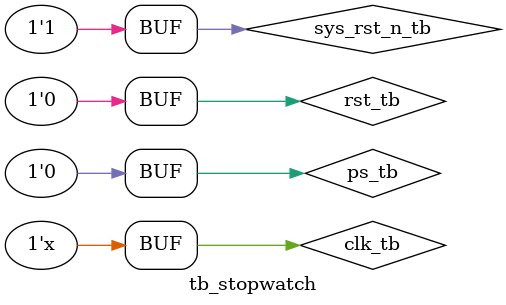
<source format=v>

`timescale 10ms/100us

module tb_stopwatch;
//declare input to DUT
reg clk_tb;
reg ps_tb;
reg rst_tb;
reg sys_rst_n_tb;

//no output of DUT
stopwatch t1(
.clk_in(clk_tb),
.ps_in(ps_tb),
.rst_in(rst_tb),
.sys_rst_n_in(sys_rst_n_tb)
);


//creat sys_rst_n
initial
begin
	sys_rst_n_tb = 1;
	#0.1 sys_rst_n_tb = 0;
	#0.1 sys_rst_n_tb = 1;
end

//creat clk
initial
	clk_tb = 0;
	always
	begin
		#0.05 clk_tb = ~clk_tb;
	end

//creat ps
initial
	ps_tb = 0;
	always
	begin
		#1 ps_tb = 1;
		#0.9 ps_tb = 0; //useless 9ms
		#1 ps_tb = 1;
		#1 ps_tb = 0; //start
		#2 ps_tb = 1;
		#1.5 ps_tb = 0; //pause
		#100 ps_tb = 1;
		#1.2 ps_tb = 0; //start
		#10000;
	end
//creat rst
initial
	rst_tb = 0;
	always
	begin
	#10 rst_tb = 1;
	#0.7 rst_tb = 0; //useless
	#5 rst_tb = 1;
	#1 rst_tb = 0; //reset
	#10000;
	end
	

endmodule

</source>
